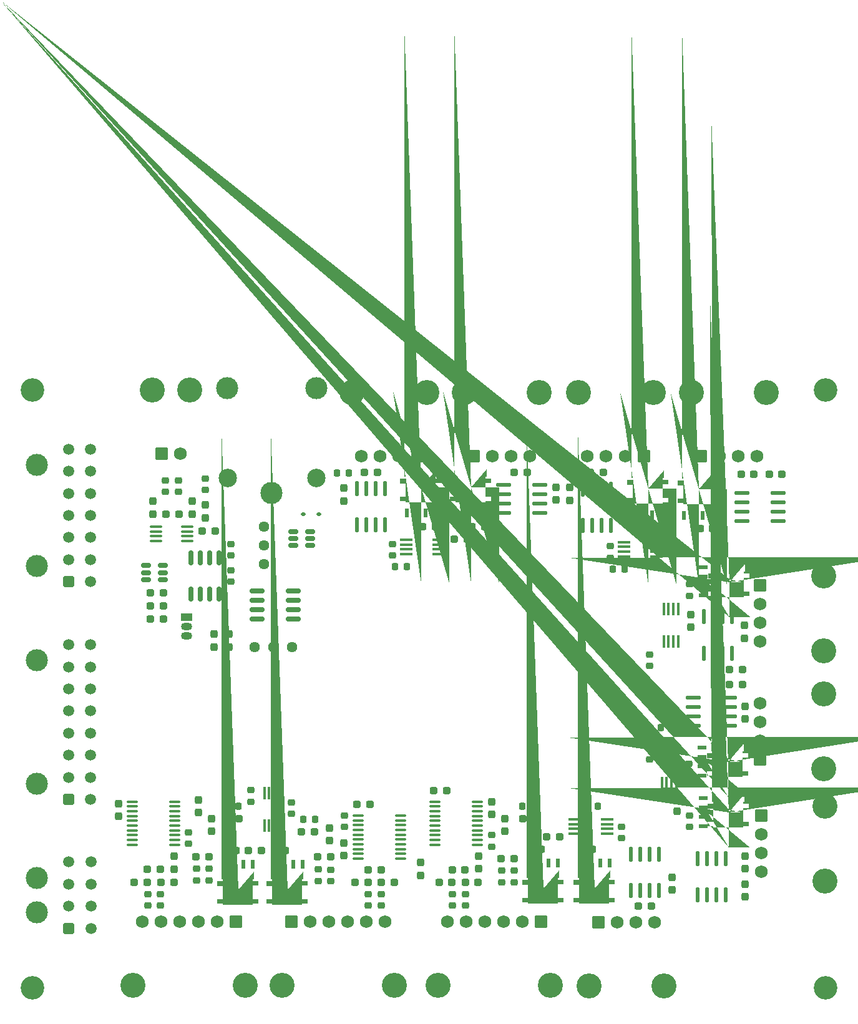
<source format=gbr>
%TF.GenerationSoftware,KiCad,Pcbnew,7.0.6*%
%TF.CreationDate,2023-10-25T23:51:53-07:00*%
%TF.ProjectId,controller-heat,636f6e74-726f-46c6-9c65-722d68656174,rev?*%
%TF.SameCoordinates,Original*%
%TF.FileFunction,Soldermask,Top*%
%TF.FilePolarity,Negative*%
%FSLAX46Y46*%
G04 Gerber Fmt 4.6, Leading zero omitted, Abs format (unit mm)*
G04 Created by KiCad (PCBNEW 7.0.6) date 2023-10-25 23:51:53*
%MOMM*%
%LPD*%
G01*
G04 APERTURE LIST*
G04 Aperture macros list*
%AMRoundRect*
0 Rectangle with rounded corners*
0 $1 Rounding radius*
0 $2 $3 $4 $5 $6 $7 $8 $9 X,Y pos of 4 corners*
0 Add a 4 corners polygon primitive as box body*
4,1,4,$2,$3,$4,$5,$6,$7,$8,$9,$2,$3,0*
0 Add four circle primitives for the rounded corners*
1,1,$1+$1,$2,$3*
1,1,$1+$1,$4,$5*
1,1,$1+$1,$6,$7*
1,1,$1+$1,$8,$9*
0 Add four rect primitives between the rounded corners*
20,1,$1+$1,$2,$3,$4,$5,0*
20,1,$1+$1,$4,$5,$6,$7,0*
20,1,$1+$1,$6,$7,$8,$9,0*
20,1,$1+$1,$8,$9,$2,$3,0*%
%AMFreePoly0*
4,1,77,2.123536,2.483536,2.125000,2.480000,2.125000,1.460000,2.123536,1.456464,2.120000,1.455000,1.965000,1.455000,1.965000,1.175000,2.710000,1.175000,2.713536,1.173536,2.715000,1.170000,2.715000,0.560000,2.713536,0.556464,2.710000,0.555000,1.965000,0.555000,1.965000,-1.245000,2.710000,-1.245000,2.713536,-1.246464,2.715000,-1.250000,2.715000,-1.860000,2.713536,-1.863536,
2.710000,-1.865000,1.965000,-1.865000,1.965000,-2.040000,1.963536,-2.043536,1.960000,-2.045000,-2.140000,-2.045000,-2.143536,-2.043536,-2.145000,-2.040000,-2.145000,-1.875000,-2.900000,-1.875000,-2.903536,-1.873536,-2.905000,-1.870000,-2.905000,-1.260000,-2.903536,-1.256464,-2.900000,-1.255000,-2.145000,-1.255000,-2.145000,0.545000,-2.900000,0.545000,-2.903536,0.546464,-2.905000,0.550000,
-2.905000,1.160000,-2.903536,1.163536,-2.900000,1.165000,-2.145000,1.165000,-2.145000,1.445000,-2.300000,1.445000,-2.303536,1.446464,-2.305000,1.450000,-2.305000,2.470000,-2.303536,2.473536,-2.300000,2.475000,-1.690000,2.475000,-1.686464,2.473536,-1.685000,2.470000,-1.685000,1.775000,-1.035000,1.775000,-1.035000,2.470000,-1.033536,2.473536,-1.030000,2.475000,-0.420000,2.475000,
-0.416464,2.473536,-0.415000,2.470000,-0.415000,1.775000,0.235000,1.775000,0.235000,2.470000,0.236464,2.473536,0.240000,2.475000,0.850000,2.475000,0.853536,2.473536,0.855000,2.470000,0.855000,1.775000,1.505000,1.775000,1.505000,2.480000,1.506464,2.483536,1.510000,2.485000,2.120000,2.485000,2.123536,2.483536,2.123536,2.483536,$1*%
G04 Aperture macros list end*
%ADD10RoundRect,0.218750X-0.218750X-0.256250X0.218750X-0.256250X0.218750X0.256250X-0.218750X0.256250X0*%
%ADD11RoundRect,0.237500X-0.237500X0.287500X-0.237500X-0.287500X0.237500X-0.287500X0.237500X0.287500X0*%
%ADD12C,3.400000*%
%ADD13RoundRect,0.250560X-0.619440X0.619440X-0.619440X-0.619440X0.619440X-0.619440X0.619440X0.619440X0*%
%ADD14C,1.740000*%
%ADD15RoundRect,0.237500X0.237500X-0.287500X0.237500X0.287500X-0.237500X0.287500X-0.237500X-0.287500X0*%
%ADD16RoundRect,0.237500X0.287500X0.237500X-0.287500X0.237500X-0.287500X-0.237500X0.287500X-0.237500X0*%
%ADD17RoundRect,0.218750X0.218750X0.256250X-0.218750X0.256250X-0.218750X-0.256250X0.218750X-0.256250X0*%
%ADD18RoundRect,0.218750X0.256250X-0.218750X0.256250X0.218750X-0.256250X0.218750X-0.256250X-0.218750X0*%
%ADD19RoundRect,0.237500X-0.287500X-0.237500X0.287500X-0.237500X0.287500X0.237500X-0.287500X0.237500X0*%
%ADD20RoundRect,0.218750X-0.256250X0.218750X-0.256250X-0.218750X0.256250X-0.218750X0.256250X0.218750X0*%
%ADD21C,3.000000*%
%ADD22RoundRect,0.250001X0.499999X-0.499999X0.499999X0.499999X-0.499999X0.499999X-0.499999X-0.499999X0*%
%ADD23C,1.500000*%
%ADD24RoundRect,0.250560X0.619440X0.619440X-0.619440X0.619440X-0.619440X-0.619440X0.619440X-0.619440X0*%
%ADD25RoundRect,0.150000X-0.825000X-0.150000X0.825000X-0.150000X0.825000X0.150000X-0.825000X0.150000X0*%
%ADD26R,1.500000X1.050000*%
%ADD27O,1.500000X1.050000*%
%ADD28R,0.610000X1.270000*%
%ADD29FreePoly0,180.000000*%
%ADD30R,1.270000X0.610000*%
%ADD31FreePoly0,270.000000*%
%ADD32RoundRect,0.132500X-0.132500X0.857500X-0.132500X-0.857500X0.132500X-0.857500X0.132500X0.857500X0*%
%ADD33RoundRect,0.112500X-0.187500X-0.112500X0.187500X-0.112500X0.187500X0.112500X-0.187500X0.112500X0*%
%ADD34R,1.680000X0.400000*%
%ADD35RoundRect,0.132500X0.857500X0.132500X-0.857500X0.132500X-0.857500X-0.132500X0.857500X-0.132500X0*%
%ADD36R,0.400000X1.680000*%
%ADD37RoundRect,0.132500X0.132500X-0.857500X0.132500X0.857500X-0.132500X0.857500X-0.132500X-0.857500X0*%
%ADD38FreePoly0,0.000000*%
%ADD39C,3.200000*%
%ADD40RoundRect,0.150000X-0.512500X-0.150000X0.512500X-0.150000X0.512500X0.150000X-0.512500X0.150000X0*%
%ADD41C,1.440000*%
%ADD42RoundRect,0.250560X-0.619440X-0.619440X0.619440X-0.619440X0.619440X0.619440X-0.619440X0.619440X0*%
%ADD43RoundRect,0.100000X0.637500X0.100000X-0.637500X0.100000X-0.637500X-0.100000X0.637500X-0.100000X0*%
%ADD44RoundRect,0.150000X-0.150000X0.825000X-0.150000X-0.825000X0.150000X-0.825000X0.150000X0.825000X0*%
%ADD45RoundRect,0.100000X-0.712500X-0.100000X0.712500X-0.100000X0.712500X0.100000X-0.712500X0.100000X0*%
%ADD46C,2.500000*%
%ADD47RoundRect,0.150000X0.512500X0.150000X-0.512500X0.150000X-0.512500X-0.150000X0.512500X-0.150000X0*%
%ADD48RoundRect,0.100000X-0.637500X-0.100000X0.637500X-0.100000X0.637500X0.100000X-0.637500X0.100000X0*%
%ADD49RoundRect,0.250560X0.619440X-0.619440X0.619440X0.619440X-0.619440X0.619440X-0.619440X-0.619440X0*%
G04 APERTURE END LIST*
D10*
%TO.C,R17*%
X173139138Y-72809073D03*
X174714138Y-72809073D03*
%TD*%
D11*
%TO.C,C36*%
X150685638Y-117222323D03*
X150685638Y-118972323D03*
%TD*%
D12*
%TO.C,J15*%
X197548638Y-79201323D03*
X197548638Y-89361323D03*
D13*
X188908638Y-80471323D03*
D14*
X188908638Y-83011323D03*
X188908638Y-85581323D03*
X188908638Y-88121323D03*
%TD*%
D15*
%TO.C,C13*%
X176974638Y-121847323D03*
X176974638Y-120097323D03*
%TD*%
D12*
%TO.C,J6*%
X197675638Y-110443323D03*
X197675638Y-120603323D03*
D13*
X189035638Y-111713323D03*
D14*
X189035638Y-114253323D03*
X189035638Y-116823323D03*
X189035638Y-119363323D03*
%TD*%
D16*
%TO.C,C40*%
X114095638Y-117335323D03*
X112345638Y-117335323D03*
%TD*%
D11*
%TO.C,C60*%
X186749638Y-85912823D03*
X186749638Y-87662823D03*
%TD*%
D17*
%TO.C,R11*%
X151473138Y-72504323D03*
X149898138Y-72504323D03*
%TD*%
D10*
%TO.C,R21*%
X131483138Y-65265323D03*
X133058138Y-65265323D03*
%TD*%
D18*
%TO.C,R53*%
X117103638Y-76449823D03*
X117103638Y-74874823D03*
%TD*%
D10*
%TO.C,R14*%
X157645138Y-116319323D03*
X159220138Y-116319323D03*
%TD*%
D11*
%TO.C,C35*%
X152463638Y-109856323D03*
X152463638Y-111606323D03*
%TD*%
D19*
%TO.C,C1*%
X147410200Y-74269600D03*
X149160200Y-74269600D03*
%TD*%
D11*
%TO.C,C16*%
X186830638Y-117205323D03*
X186830638Y-118955323D03*
%TD*%
D20*
%TO.C,R32*%
X132524638Y-111721823D03*
X132524638Y-113296823D03*
%TD*%
D21*
%TO.C,J14*%
X90741638Y-107387323D03*
X90741638Y-90687323D03*
D22*
X95061638Y-109547323D03*
D23*
X95061638Y-106547323D03*
X95061638Y-103547323D03*
X95061638Y-100547323D03*
X95061638Y-97547323D03*
X95061638Y-94547323D03*
X95061638Y-91547323D03*
X95061638Y-88547323D03*
X98061638Y-109547323D03*
X98061638Y-106547323D03*
X98061638Y-103547323D03*
X98061638Y-100547323D03*
X98061638Y-97547323D03*
X98061638Y-94547323D03*
X98061638Y-91547323D03*
X98061638Y-88547323D03*
%TD*%
D12*
%TO.C,J10*%
X119059638Y-134784323D03*
X103819638Y-134784323D03*
D24*
X117789638Y-126144323D03*
D14*
X115249638Y-126144323D03*
X112679638Y-126144323D03*
X110139638Y-126144323D03*
X107629638Y-126144323D03*
X105089638Y-126144323D03*
%TD*%
D18*
%TO.C,R49*%
X113601638Y-67576823D03*
X113601638Y-66001823D03*
%TD*%
D25*
%TO.C,U19*%
X120651638Y-81267323D03*
X120651638Y-82537323D03*
X120651638Y-83807323D03*
X120651638Y-85077323D03*
X125601638Y-85077323D03*
X125601638Y-83807323D03*
X125601638Y-82537323D03*
X125601638Y-81267323D03*
%TD*%
D26*
%TO.C,U18*%
X111082638Y-84823323D03*
D27*
X111082638Y-86093323D03*
X111082638Y-87363323D03*
%TD*%
D28*
%TO.C,Q9*%
X161480638Y-118178323D03*
X160210638Y-118178323D03*
X158940638Y-118178323D03*
X157670638Y-118178323D03*
D29*
X159485638Y-121678323D03*
%TD*%
D30*
%TO.C,Q3*%
X181044638Y-102496323D03*
X181044638Y-103766323D03*
X181044638Y-105036323D03*
X181044638Y-106306323D03*
D31*
X184544638Y-104491323D03*
%TD*%
D19*
%TO.C,C27*%
X134189638Y-110223323D03*
X135939638Y-110223323D03*
%TD*%
%TO.C,C43*%
X103963638Y-120764323D03*
X105713638Y-120764323D03*
%TD*%
D18*
%TO.C,R_REF1*%
X128968638Y-120605123D03*
X128968638Y-119030123D03*
%TD*%
D15*
%TO.C,C38*%
X114490638Y-113892323D03*
X114490638Y-112142323D03*
%TD*%
D19*
%TO.C,C14*%
X155525638Y-65138323D03*
X157275638Y-65138323D03*
%TD*%
D32*
%TO.C,U7*%
X168668888Y-67423073D03*
X167398888Y-67423073D03*
X166128888Y-67423073D03*
X164858888Y-67423073D03*
X164858888Y-72353073D03*
X166128888Y-72353073D03*
X167398888Y-72353073D03*
X168668888Y-72353073D03*
%TD*%
D20*
%TO.C,R1*%
X139042638Y-74891823D03*
X139042638Y-76466823D03*
%TD*%
%TO.C,R44*%
X107505638Y-122389823D03*
X107505638Y-123964823D03*
%TD*%
D17*
%TO.C,R12*%
X182410388Y-72809073D03*
X180835388Y-72809073D03*
%TD*%
D33*
%TO.C,D1*%
X126902638Y-70853323D03*
X129002638Y-70853323D03*
%TD*%
D16*
%TO.C,C31*%
X155497638Y-117589323D03*
X153747638Y-117589323D03*
%TD*%
D19*
%TO.C,C21*%
X135713638Y-119113323D03*
X137463638Y-119113323D03*
%TD*%
D34*
%TO.C,U2*%
X170456638Y-74628073D03*
X170456638Y-75278073D03*
X170456638Y-75928073D03*
X170456638Y-76578073D03*
X174856638Y-76578073D03*
X174856638Y-75928073D03*
X174856638Y-75278073D03*
X174856638Y-74628073D03*
%TD*%
D35*
%TO.C,U8*%
X184723638Y-99538323D03*
X184723638Y-98268323D03*
X184723638Y-96998323D03*
X184723638Y-95728323D03*
X179793638Y-95728323D03*
X179793638Y-96998323D03*
X179793638Y-98268323D03*
X179793638Y-99538323D03*
%TD*%
D36*
%TO.C,U3*%
X177518638Y-102926323D03*
X176868638Y-102926323D03*
X176218638Y-102926323D03*
X175568638Y-102926323D03*
X175568638Y-107326323D03*
X176218638Y-107326323D03*
X176868638Y-107326323D03*
X177518638Y-107326323D03*
%TD*%
D12*
%TO.C,J9*%
X160464638Y-134784323D03*
X145224638Y-134784323D03*
D24*
X159194638Y-126144323D03*
D14*
X156654638Y-126144323D03*
X154084638Y-126144323D03*
X151544638Y-126144323D03*
X149034638Y-126144323D03*
X146494638Y-126144323D03*
%TD*%
D11*
%TO.C,C11*%
X163080888Y-67235073D03*
X163080888Y-68985073D03*
%TD*%
D37*
%TO.C,U12*%
X180403638Y-122467323D03*
X181673638Y-122467323D03*
X182943638Y-122467323D03*
X184213638Y-122467323D03*
X184213638Y-117537323D03*
X182943638Y-117537323D03*
X181673638Y-117537323D03*
X180403638Y-117537323D03*
%TD*%
D16*
%TO.C,C5*%
X121207638Y-116446323D03*
X119457638Y-116446323D03*
%TD*%
D17*
%TO.C,R19*%
X166205138Y-116273323D03*
X164630138Y-116273323D03*
%TD*%
D28*
%TO.C,Q2*%
X171716888Y-70904073D03*
X172986888Y-70904073D03*
X174256888Y-70904073D03*
X175526888Y-70904073D03*
D38*
X173711888Y-67404073D03*
%TD*%
D39*
%TO.C,MK4*%
X90140800Y-135106400D03*
%TD*%
D35*
%TO.C,U10*%
X159030600Y-70676323D03*
X159030600Y-69406323D03*
X159030600Y-68136323D03*
X159030600Y-66866323D03*
X154100600Y-66866323D03*
X154100600Y-68136323D03*
X154100600Y-69406323D03*
X154100600Y-70676323D03*
%TD*%
D20*
%TO.C,R42*%
X112458638Y-118960823D03*
X112458638Y-120535823D03*
%TD*%
D11*
%TO.C,C45*%
X109396638Y-117236323D03*
X109396638Y-118986323D03*
%TD*%
D17*
%TO.C,R29*%
X128486138Y-112255323D03*
X126911138Y-112255323D03*
%TD*%
D11*
%TO.C,C54*%
X116849638Y-87106323D03*
X116849638Y-88856323D03*
%TD*%
D20*
%TO.C,R2*%
X168592638Y-75196573D03*
X168592638Y-76771573D03*
%TD*%
D11*
%TO.C,C44*%
X112712638Y-109602323D03*
X112712638Y-111352323D03*
%TD*%
D16*
%TO.C,C4*%
X161707800Y-114604800D03*
X159957800Y-114604800D03*
%TD*%
D15*
%TO.C,C49*%
X111823638Y-70839323D03*
X111823638Y-69089323D03*
%TD*%
D28*
%TO.C,Q7*%
X178594888Y-70975073D03*
X179864888Y-70975073D03*
X181134888Y-70975073D03*
X182404888Y-70975073D03*
D38*
X180589888Y-67475073D03*
%TD*%
D28*
%TO.C,Q4*%
X168465638Y-118178323D03*
X167195638Y-118178323D03*
X165925638Y-118178323D03*
X164655638Y-118178323D03*
D29*
X166470638Y-121678323D03*
%TD*%
D34*
%TO.C,U1*%
X140906638Y-74323323D03*
X140906638Y-74973323D03*
X140906638Y-75623323D03*
X140906638Y-76273323D03*
X145306638Y-76273323D03*
X145306638Y-75623323D03*
X145306638Y-74973323D03*
X145306638Y-74323323D03*
%TD*%
D20*
%TO.C,R10*%
X119824638Y-108292823D03*
X119824638Y-109867823D03*
%TD*%
D40*
%TO.C,U23*%
X125545138Y-73205323D03*
X125545138Y-74155323D03*
X125545138Y-75105323D03*
X127820138Y-75105323D03*
X127820138Y-74155323D03*
X127820138Y-73205323D03*
%TD*%
D39*
%TO.C,MK2*%
X197793600Y-54022000D03*
%TD*%
D18*
%TO.C,R52*%
X117103638Y-80005823D03*
X117103638Y-78430823D03*
%TD*%
D16*
%TO.C,C6*%
X136955638Y-65138323D03*
X135205638Y-65138323D03*
%TD*%
D19*
%TO.C,C12*%
X184735638Y-93967323D03*
X186485638Y-93967323D03*
%TD*%
%TO.C,C61*%
X184735638Y-91935323D03*
X186485638Y-91935323D03*
%TD*%
D20*
%TO.C,R59*%
X179337638Y-80335823D03*
X179337638Y-81910823D03*
%TD*%
D28*
%TO.C,Q6*%
X147674638Y-70670323D03*
X148944638Y-70670323D03*
X150214638Y-70670323D03*
X151484638Y-70670323D03*
D38*
X149669638Y-67170323D03*
%TD*%
D34*
%TO.C,U4*%
X168125638Y-114200323D03*
X168125638Y-113550323D03*
X168125638Y-112900323D03*
X168125638Y-112250323D03*
X163725638Y-112250323D03*
X163725638Y-112900323D03*
X163725638Y-113550323D03*
X163725638Y-114200323D03*
%TD*%
D20*
%TO.C,R4*%
X170078400Y-113245823D03*
X170078400Y-114820823D03*
%TD*%
D19*
%TO.C,C34*%
X145351638Y-120764323D03*
X147101638Y-120764323D03*
%TD*%
D18*
%TO.C,R50*%
X109991638Y-67813823D03*
X109991638Y-66238823D03*
%TD*%
D11*
%TO.C,C59*%
X179514638Y-84456323D03*
X179514638Y-86206323D03*
%TD*%
D21*
%TO.C,J11*%
X90726800Y-77852800D03*
X90726800Y-64152800D03*
D22*
X95046800Y-80012800D03*
D23*
X95046800Y-77012800D03*
X95046800Y-74012800D03*
X95046800Y-71012800D03*
X95046800Y-68012800D03*
X95046800Y-65012800D03*
X95046800Y-62012800D03*
X98046800Y-80012800D03*
X98046800Y-77012800D03*
X98046800Y-74012800D03*
X98046800Y-71012800D03*
X98046800Y-68012800D03*
X98046800Y-65012800D03*
X98046800Y-62012800D03*
%TD*%
D41*
%TO.C,RV1*%
X121602638Y-77594323D03*
X121602638Y-75054323D03*
X121602638Y-72514323D03*
%TD*%
D28*
%TO.C,Q1*%
X140943638Y-70670323D03*
X142213638Y-70670323D03*
X143483638Y-70670323D03*
X144753638Y-70670323D03*
D38*
X142938638Y-67170323D03*
%TD*%
D20*
%TO.C,R38*%
X147115638Y-122389823D03*
X147115638Y-123964823D03*
%TD*%
D12*
%TO.C,J2*%
X148763638Y-54293323D03*
X158923638Y-54293323D03*
D42*
X150033638Y-62933323D03*
D14*
X152573638Y-62933323D03*
X155143638Y-62933323D03*
X157683638Y-62933323D03*
%TD*%
D11*
%TO.C,C55*%
X114817638Y-87106323D03*
X114817638Y-88856323D03*
%TD*%
%TO.C,C28*%
X142837038Y-118085923D03*
X142837038Y-119835923D03*
%TD*%
D10*
%TO.C,R15*%
X116243138Y-116446323D03*
X117818138Y-116446323D03*
%TD*%
D18*
%TO.C,R8*%
X173876638Y-104135823D03*
X173876638Y-102560823D03*
%TD*%
D43*
%TO.C,U14*%
X150500138Y-115688323D03*
X150500138Y-115038323D03*
X150500138Y-114388323D03*
X150500138Y-113738323D03*
X150500138Y-113088323D03*
X150500138Y-112438323D03*
X150500138Y-111788323D03*
X150500138Y-111138323D03*
X150500138Y-110488323D03*
X150500138Y-109838323D03*
X144775138Y-109838323D03*
X144775138Y-110488323D03*
X144775138Y-111138323D03*
X144775138Y-111788323D03*
X144775138Y-112438323D03*
X144775138Y-113088323D03*
X144775138Y-113738323D03*
X144775138Y-114388323D03*
X144775138Y-115038323D03*
X144775138Y-115688323D03*
%TD*%
D44*
%TO.C,U17*%
X115452638Y-76743323D03*
X114182638Y-76743323D03*
X112912638Y-76743323D03*
X111642638Y-76743323D03*
X111642638Y-81693323D03*
X112912638Y-81693323D03*
X114182638Y-81693323D03*
X115452638Y-81693323D03*
%TD*%
D20*
%TO.C,R18*%
X179210638Y-104719823D03*
X179210638Y-106294823D03*
%TD*%
D30*
%TO.C,Q8*%
X181171638Y-109354323D03*
X181171638Y-110624323D03*
X181171638Y-111894323D03*
X181171638Y-113164323D03*
D31*
X184671638Y-111349323D03*
%TD*%
D20*
%TO.C,R5*%
X125285638Y-109943823D03*
X125285638Y-111518823D03*
%TD*%
D43*
%TO.C,U15*%
X109479138Y-115688323D03*
X109479138Y-115038323D03*
X109479138Y-114388323D03*
X109479138Y-113738323D03*
X109479138Y-113088323D03*
X109479138Y-112438323D03*
X109479138Y-111788323D03*
X109479138Y-111138323D03*
X109479138Y-110488323D03*
X109479138Y-109838323D03*
X103754138Y-109838323D03*
X103754138Y-110488323D03*
X103754138Y-111138323D03*
X103754138Y-111788323D03*
X103754138Y-112438323D03*
X103754138Y-113088323D03*
X103754138Y-113738323D03*
X103754138Y-114388323D03*
X103754138Y-115038323D03*
X103754138Y-115688323D03*
%TD*%
D18*
%TO.C,R46*%
X111315638Y-115582823D03*
X111315638Y-114007823D03*
%TD*%
D15*
%TO.C,C10*%
X132397638Y-69061323D03*
X132397638Y-67311323D03*
%TD*%
D20*
%TO.C,R31*%
X137477638Y-122389823D03*
X137477638Y-123964823D03*
%TD*%
%TO.C,R28*%
X130619638Y-119087823D03*
X130619638Y-120662823D03*
%TD*%
D36*
%TO.C,U5*%
X123593638Y-108658323D03*
X122943638Y-108658323D03*
X122293638Y-108658323D03*
X121643638Y-108658323D03*
X121643638Y-113058323D03*
X122293638Y-113058323D03*
X122943638Y-113058323D03*
X123593638Y-113058323D03*
%TD*%
D35*
%TO.C,U11*%
X191377638Y-71742323D03*
X191377638Y-70472323D03*
X191377638Y-69202323D03*
X191377638Y-67932323D03*
X186447638Y-67932323D03*
X186447638Y-69202323D03*
X186447638Y-70472323D03*
X186447638Y-71742323D03*
%TD*%
D39*
%TO.C,MK3*%
X197793600Y-135106400D03*
%TD*%
D20*
%TO.C,R30*%
X135699638Y-122389823D03*
X135699638Y-123964823D03*
%TD*%
D17*
%TO.C,R9*%
X166840138Y-110477323D03*
X165265138Y-110477323D03*
%TD*%
D12*
%TO.C,J13*%
X106425638Y-53969323D03*
X111505638Y-53969323D03*
D42*
X107695638Y-62609323D03*
D14*
X110235638Y-62609323D03*
%TD*%
D19*
%TO.C,C37*%
X144603638Y-108318323D03*
X146353638Y-108318323D03*
%TD*%
D16*
%TO.C,C25*%
X139241638Y-120764323D03*
X137491638Y-120764323D03*
%TD*%
D15*
%TO.C,C2*%
X176847638Y-75843073D03*
X176847638Y-74093073D03*
%TD*%
D16*
%TO.C,C39*%
X107491638Y-118986323D03*
X105741638Y-118986323D03*
%TD*%
D10*
%TO.C,R36*%
X156629138Y-110477323D03*
X158204138Y-110477323D03*
%TD*%
D21*
%TO.C,J12*%
X90784638Y-124882323D03*
X90784638Y-120182323D03*
D22*
X95104638Y-127042323D03*
D23*
X95104638Y-124042323D03*
X95104638Y-121042323D03*
X95104638Y-118042323D03*
X98104638Y-127042323D03*
X98104638Y-124042323D03*
X98104638Y-121042323D03*
X98104638Y-118042323D03*
%TD*%
D45*
%TO.C,U16*%
X106917138Y-72545323D03*
X106917138Y-73195323D03*
X106917138Y-73845323D03*
X106917138Y-74495323D03*
X111142138Y-74495323D03*
X111142138Y-73845323D03*
X111142138Y-73195323D03*
X111142138Y-72545323D03*
%TD*%
D32*
%TO.C,U6*%
X137985638Y-67372323D03*
X136715638Y-67372323D03*
X135445638Y-67372323D03*
X134175638Y-67372323D03*
X134175638Y-72302323D03*
X135445638Y-72302323D03*
X136715638Y-72302323D03*
X137985638Y-72302323D03*
%TD*%
D28*
%TO.C,Q5*%
X126809638Y-118351323D03*
X125539638Y-118351323D03*
X124269638Y-118351323D03*
X122999638Y-118351323D03*
D29*
X124814638Y-121851323D03*
%TD*%
D10*
%TO.C,R3*%
X175425138Y-99809323D03*
X177000138Y-99809323D03*
%TD*%
D17*
%TO.C,R7*%
X170523138Y-78270073D03*
X168948138Y-78270073D03*
%TD*%
D41*
%TO.C,RV2*%
X120322638Y-88887323D03*
X122862638Y-88887323D03*
X125402638Y-88887323D03*
%TD*%
D15*
%TO.C,C26*%
X132397638Y-117194323D03*
X132397638Y-115444323D03*
%TD*%
D16*
%TO.C,C23*%
X128446638Y-113906323D03*
X126696638Y-113906323D03*
%TD*%
D11*
%TO.C,C17*%
X161226638Y-67184323D03*
X161226638Y-68934323D03*
%TD*%
%TO.C,C48*%
X106489638Y-69089323D03*
X106489638Y-70839323D03*
%TD*%
D39*
%TO.C,MK1*%
X90140800Y-54022000D03*
%TD*%
D16*
%TO.C,C42*%
X109396638Y-120764323D03*
X107646638Y-120764323D03*
%TD*%
D11*
%TO.C,C19*%
X186830638Y-121015323D03*
X186830638Y-122765323D03*
%TD*%
D18*
%TO.C,R_REF2*%
X155511638Y-120789823D03*
X155511638Y-119214823D03*
%TD*%
D37*
%TO.C,U22*%
X181242638Y-89684323D03*
X182512638Y-89684323D03*
X183782638Y-89684323D03*
X185052638Y-89684323D03*
X185052638Y-84754323D03*
X183782638Y-84754323D03*
X182512638Y-84754323D03*
X181242638Y-84754323D03*
%TD*%
D21*
%TO.C,K1*%
X122618638Y-67923323D03*
D46*
X128668638Y-65973323D03*
D21*
X128668638Y-53773323D03*
X116618638Y-53723323D03*
D46*
X116668638Y-65973323D03*
%TD*%
D11*
%TO.C,C52*%
X113601638Y-69597323D03*
X113601638Y-71347323D03*
%TD*%
D19*
%TO.C,C18*%
X190145888Y-65443073D03*
X191895888Y-65443073D03*
%TD*%
D17*
%TO.C,R20*%
X124549138Y-116446323D03*
X122974138Y-116446323D03*
%TD*%
D15*
%TO.C,C29*%
X154241638Y-113892323D03*
X154241638Y-112142323D03*
%TD*%
D19*
%TO.C,C56*%
X106195638Y-85060323D03*
X107945638Y-85060323D03*
%TD*%
D16*
%TO.C,C33*%
X150657638Y-120764323D03*
X148907638Y-120764323D03*
%TD*%
D36*
%TO.C,U21*%
X175822638Y-88149323D03*
X176472638Y-88149323D03*
X177122638Y-88149323D03*
X177772638Y-88149323D03*
X177772638Y-83749323D03*
X177122638Y-83749323D03*
X176472638Y-83749323D03*
X175822638Y-83749323D03*
%TD*%
D47*
%TO.C,U20*%
X107886638Y-79721323D03*
X107886638Y-78771323D03*
X107886638Y-77821323D03*
X105611638Y-77821323D03*
X105611638Y-78771323D03*
X105611638Y-79721323D03*
%TD*%
D15*
%TO.C,C46*%
X101884638Y-111860323D03*
X101884638Y-110110323D03*
%TD*%
D16*
%TO.C,C7*%
X167638888Y-65189073D03*
X165888888Y-65189073D03*
%TD*%
%TO.C,C51*%
X114984638Y-73139323D03*
X113234638Y-73139323D03*
%TD*%
%TO.C,C30*%
X148879638Y-119113323D03*
X147129638Y-119113323D03*
%TD*%
D20*
%TO.C,R37*%
X148893638Y-122389823D03*
X148893638Y-123964823D03*
%TD*%
D19*
%TO.C,C58*%
X106195638Y-81504323D03*
X107945638Y-81504323D03*
%TD*%
%TO.C,C24*%
X133935638Y-120764323D03*
X135685638Y-120764323D03*
%TD*%
D15*
%TO.C,C8*%
X186830638Y-98635323D03*
X186830638Y-96885323D03*
%TD*%
D19*
%TO.C,C47*%
X108281638Y-70853323D03*
X110031638Y-70853323D03*
%TD*%
D17*
%TO.C,R6*%
X140973138Y-77965323D03*
X139398138Y-77965323D03*
%TD*%
D11*
%TO.C,C3*%
X177647600Y-109361000D03*
X177647600Y-111111000D03*
%TD*%
D15*
%TO.C,C20*%
X130492638Y-115162323D03*
X130492638Y-113412323D03*
%TD*%
D28*
%TO.C,Q10*%
X120078638Y-118351323D03*
X118808638Y-118351323D03*
X117538638Y-118351323D03*
X116268638Y-118351323D03*
D29*
X118083638Y-121851323D03*
%TD*%
D10*
%TO.C,R43*%
X116497138Y-110477323D03*
X118072138Y-110477323D03*
%TD*%
D19*
%TO.C,C32*%
X156682638Y-112128323D03*
X158432638Y-112128323D03*
%TD*%
%TO.C,C57*%
X106195638Y-83282323D03*
X107945638Y-83282323D03*
%TD*%
D37*
%TO.C,U9*%
X171386638Y-121913323D03*
X172656638Y-121913323D03*
X173926638Y-121913323D03*
X175196638Y-121913323D03*
X175196638Y-116983323D03*
X173926638Y-116983323D03*
X172656638Y-116983323D03*
X171386638Y-116983323D03*
%TD*%
D19*
%TO.C,C15*%
X186335888Y-65443073D03*
X188085888Y-65443073D03*
%TD*%
D20*
%TO.C,R56*%
X173926638Y-89877823D03*
X173926638Y-91452823D03*
%TD*%
D12*
%TO.C,J4*%
X179573888Y-54344073D03*
X189733888Y-54344073D03*
D42*
X180843888Y-62984073D03*
D14*
X183383888Y-62984073D03*
X185953888Y-62984073D03*
X188493888Y-62984073D03*
%TD*%
D18*
%TO.C,R_REF3*%
X114109638Y-120535823D03*
X114109638Y-118960823D03*
%TD*%
%TO.C,R13*%
X179337638Y-113279823D03*
X179337638Y-111704823D03*
%TD*%
%TO.C,R39*%
X152463638Y-115963823D03*
X152463638Y-114388823D03*
%TD*%
D19*
%TO.C,C41*%
X116409638Y-112128323D03*
X118159638Y-112128323D03*
%TD*%
D20*
%TO.C,R45*%
X105854638Y-122389823D03*
X105854638Y-123964823D03*
%TD*%
D48*
%TO.C,U13*%
X134361138Y-111743323D03*
X134361138Y-112393323D03*
X134361138Y-113043323D03*
X134361138Y-113693323D03*
X134361138Y-114343323D03*
X134361138Y-114993323D03*
X134361138Y-115643323D03*
X134361138Y-116293323D03*
X134361138Y-116943323D03*
X134361138Y-117593323D03*
X140086138Y-117593323D03*
X140086138Y-116943323D03*
X140086138Y-116293323D03*
X140086138Y-115643323D03*
X140086138Y-114993323D03*
X140086138Y-114343323D03*
X140086138Y-113693323D03*
X140086138Y-113043323D03*
X140086138Y-112393323D03*
X140086138Y-111743323D03*
%TD*%
D20*
%TO.C,R35*%
X153860638Y-119214823D03*
X153860638Y-120789823D03*
%TD*%
D19*
%TO.C,C22*%
X128855638Y-117335323D03*
X130605638Y-117335323D03*
%TD*%
D30*
%TO.C,Q12*%
X181217638Y-78061823D03*
X181217638Y-79331823D03*
X181217638Y-80601823D03*
X181217638Y-81871823D03*
D31*
X184717638Y-80056823D03*
%TD*%
D20*
%TO.C,R51*%
X108213638Y-66255823D03*
X108213638Y-67830823D03*
%TD*%
D10*
%TO.C,R16*%
X143167138Y-72504323D03*
X144742138Y-72504323D03*
%TD*%
D19*
%TO.C,C9*%
X172416638Y-124020323D03*
X174166638Y-124020323D03*
%TD*%
D12*
%TO.C,J3*%
X174400888Y-54344073D03*
X164240888Y-54344073D03*
D24*
X173130888Y-62984073D03*
D14*
X170590888Y-62984073D03*
X168020888Y-62984073D03*
X165480888Y-62984073D03*
%TD*%
D12*
%TO.C,J8*%
X124018638Y-134784323D03*
X139258638Y-134784323D03*
D42*
X125288638Y-126144323D03*
D14*
X127828638Y-126144323D03*
X130398638Y-126144323D03*
X132938638Y-126144323D03*
X135448638Y-126144323D03*
X137988638Y-126144323D03*
%TD*%
D12*
%TO.C,J1*%
X143717638Y-54293323D03*
X133557638Y-54293323D03*
D24*
X142447638Y-62933323D03*
D14*
X139907638Y-62933323D03*
X137337638Y-62933323D03*
X134797638Y-62933323D03*
%TD*%
D12*
%TO.C,J5*%
X197548638Y-105397323D03*
X197548638Y-95237323D03*
D49*
X188908638Y-104127323D03*
D14*
X188908638Y-101587323D03*
X188908638Y-99017323D03*
X188908638Y-96477323D03*
%TD*%
D12*
%TO.C,J7*%
X165671638Y-134819323D03*
X175831638Y-134819323D03*
D42*
X166941638Y-126179323D03*
D14*
X169481638Y-126179323D03*
X172051638Y-126179323D03*
X174591638Y-126179323D03*
%TD*%
M02*

</source>
